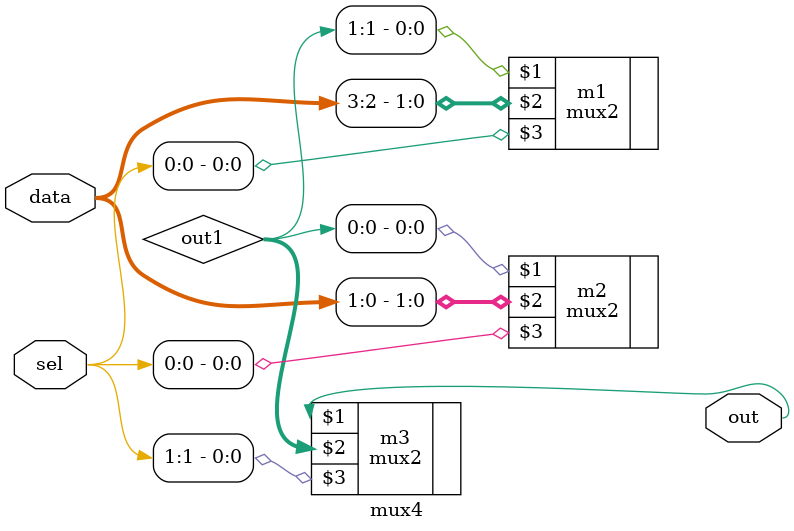
<source format=v>
module mux4(out, data, sel); 
input [3:0]data;
input [1:0]sel;  
output out; 
wire[1:0] out1; 
mux2 m1(out1[1], data[3:2], sel[0]); 
mux2 m2(out1[0], data[1:0], sel[0]); 
mux2 m3(out, out1[1:0], sel[1]); 
endmodule

</source>
